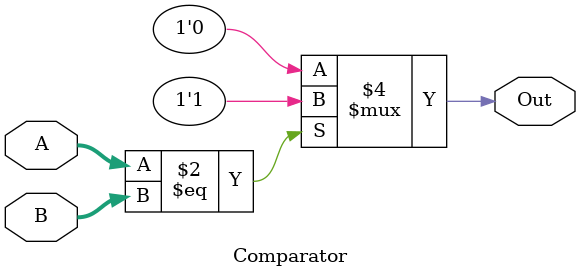
<source format=v>

module Comparator(
    //Input Port
	A,
	B,	
    //Output Port
	Out
    );

//---------------------------------------------------------------------
//   PORT DECLARATION
//---------------------------------------------------------------------
input[63:0]A;
input[63:0]B;
output reg Out;


//---------------------------------------------------------------------
//   Design
//---------------------------------------------------------------------
always@(*)
begin
	if(A == B)
		Out = 1'd1;
	else
		Out = 1'd0;
end



endmodule
</source>
